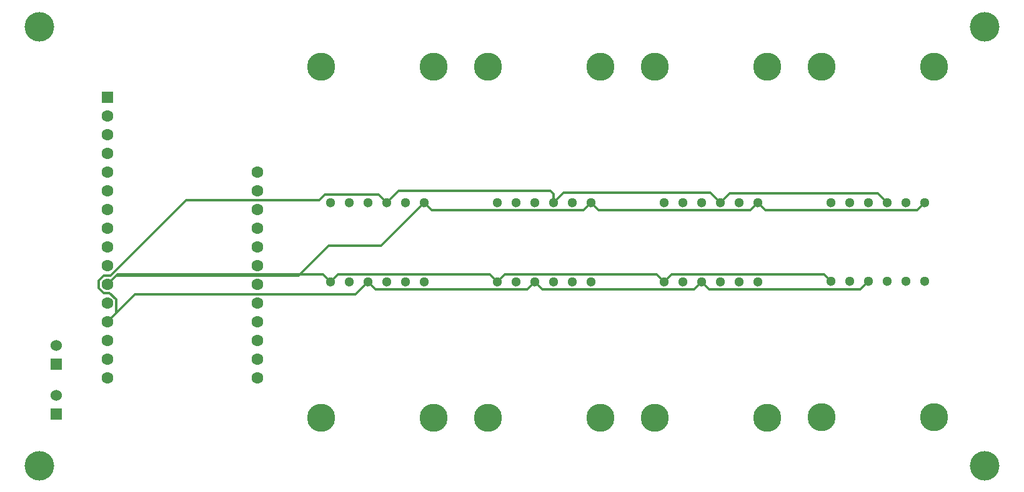
<source format=gtl>
%TF.GenerationSoftware,KiCad,Pcbnew,(6.0.5)*%
%TF.CreationDate,2022-06-06T23:13:19-07:00*%
%TF.ProjectId,tc_pcb_f,74635f70-6362-45f6-962e-6b696361645f,rev?*%
%TF.SameCoordinates,Original*%
%TF.FileFunction,Copper,L1,Top*%
%TF.FilePolarity,Positive*%
%FSLAX46Y46*%
G04 Gerber Fmt 4.6, Leading zero omitted, Abs format (unit mm)*
G04 Created by KiCad (PCBNEW (6.0.5)) date 2022-06-06 23:13:19*
%MOMM*%
%LPD*%
G01*
G04 APERTURE LIST*
%TA.AperFunction,ComponentPad*%
%ADD10C,1.300000*%
%TD*%
%TA.AperFunction,ComponentPad*%
%ADD11C,3.810000*%
%TD*%
%TA.AperFunction,ComponentPad*%
%ADD12C,4.000000*%
%TD*%
%TA.AperFunction,ComponentPad*%
%ADD13R,1.600000X1.600000*%
%TD*%
%TA.AperFunction,ComponentPad*%
%ADD14C,1.600000*%
%TD*%
%TA.AperFunction,ComponentPad*%
%ADD15R,1.524000X1.524000*%
%TD*%
%TA.AperFunction,ComponentPad*%
%ADD16C,1.524000*%
%TD*%
%TA.AperFunction,Conductor*%
%ADD17C,0.350000*%
%TD*%
G04 APERTURE END LIST*
D10*
%TO.P,U2,1,Vin*%
%TO.N,unconnected-(U2-Pad1)*%
X127300000Y-94860400D03*
%TO.P,U2,2,3V3*%
%TO.N,+3V3*%
X124760000Y-94860400D03*
%TO.P,U2,3,GND*%
%TO.N,GND*%
X122220000Y-94860400D03*
%TO.P,U2,4,Dout*%
%TO.N,MISO*%
X119680000Y-94860400D03*
%TO.P,U2,5,CS*%
%TO.N,SS2*%
X117140000Y-94860400D03*
%TO.P,U2,6,CLK*%
%TO.N,SCK*%
X114600000Y-94860400D03*
D11*
%TO.P,U2,SH,SH*%
%TO.N,GND*%
X113330000Y-113300800D03*
X128570000Y-113300800D03*
%TD*%
D10*
%TO.P,U8,1,Vin*%
%TO.N,unconnected-(U8-Pad1)*%
X159824000Y-84122800D03*
%TO.P,U8,2,3V3*%
%TO.N,+3V3*%
X162364000Y-84122800D03*
%TO.P,U8,3,GND*%
%TO.N,GND*%
X164904000Y-84122800D03*
%TO.P,U8,4,Dout*%
%TO.N,MISO*%
X167444000Y-84122800D03*
%TO.P,U8,5,CS*%
%TO.N,SS8*%
X169984000Y-84122800D03*
%TO.P,U8,6,CLK*%
%TO.N,SCK*%
X172524000Y-84122800D03*
D11*
%TO.P,U8,SH,SH*%
%TO.N,GND*%
X173794000Y-65682400D03*
X158554000Y-65682400D03*
%TD*%
D10*
%TO.P,U1,1,Vin*%
%TO.N,unconnected-(U1-Pad1)*%
X104688000Y-94860400D03*
%TO.P,U1,2,3V3*%
%TO.N,+3V3*%
X102148000Y-94860400D03*
%TO.P,U1,3,GND*%
%TO.N,GND*%
X99608000Y-94860400D03*
%TO.P,U1,4,Dout*%
%TO.N,MISO*%
X97068000Y-94860400D03*
%TO.P,U1,5,CS*%
%TO.N,SS1*%
X94528000Y-94860400D03*
%TO.P,U1,6,CLK*%
%TO.N,SCK*%
X91988000Y-94860400D03*
D11*
%TO.P,U1,SH,SH*%
%TO.N,GND*%
X90718000Y-113300800D03*
X105958000Y-113300800D03*
%TD*%
D10*
%TO.P,U3,1,Vin*%
%TO.N,unconnected-(U3-Pad1)*%
X149912000Y-94860400D03*
%TO.P,U3,2,3V3*%
%TO.N,+3V3*%
X147372000Y-94860400D03*
%TO.P,U3,3,GND*%
%TO.N,GND*%
X144832000Y-94860400D03*
%TO.P,U3,4,Dout*%
%TO.N,MISO*%
X142292000Y-94860400D03*
%TO.P,U3,5,CS*%
%TO.N,SS3*%
X139752000Y-94860400D03*
%TO.P,U3,6,CLK*%
%TO.N,SCK*%
X137212000Y-94860400D03*
D11*
%TO.P,U3,SH,SH*%
%TO.N,GND*%
X135942000Y-113300800D03*
X151182000Y-113300800D03*
%TD*%
D10*
%TO.P,U4,1,Vin*%
%TO.N,unconnected-(U4-Pad1)*%
X172524000Y-94777000D03*
%TO.P,U4,2,3V3*%
%TO.N,+3V3*%
X169984000Y-94777000D03*
%TO.P,U4,3,GND*%
%TO.N,GND*%
X167444000Y-94777000D03*
%TO.P,U4,4,Dout*%
%TO.N,MISO*%
X164904000Y-94777000D03*
%TO.P,U4,5,CS*%
%TO.N,SS4*%
X162364000Y-94777000D03*
%TO.P,U4,6,CLK*%
%TO.N,SCK*%
X159824000Y-94777000D03*
D11*
%TO.P,U4,SH,SH*%
%TO.N,GND*%
X173794000Y-113217400D03*
X158554000Y-113217400D03*
%TD*%
D10*
%TO.P,U7,1,Vin*%
%TO.N,unconnected-(U7-Pad1)*%
X137212000Y-84122800D03*
%TO.P,U7,2,3V3*%
%TO.N,+3V3*%
X139752000Y-84122800D03*
%TO.P,U7,3,GND*%
%TO.N,GND*%
X142292000Y-84122800D03*
%TO.P,U7,4,Dout*%
%TO.N,MISO*%
X144832000Y-84122800D03*
%TO.P,U7,5,CS*%
%TO.N,SS7*%
X147372000Y-84122800D03*
%TO.P,U7,6,CLK*%
%TO.N,SCK*%
X149912000Y-84122800D03*
D11*
%TO.P,U7,SH,SH*%
%TO.N,GND*%
X151182000Y-65682400D03*
X135942000Y-65682400D03*
%TD*%
D12*
%TO.P,H1,1,Pin_1*%
%TO.N,GND*%
X52512000Y-119816600D03*
%TD*%
%TO.P,H2,1,Pin_1*%
%TO.N,GND*%
X52512000Y-60216600D03*
%TD*%
D13*
%TO.P,A1,1,~{RESET}*%
%TO.N,unconnected-(A1-Pad1)*%
X61762000Y-69816600D03*
D14*
%TO.P,A1,2,3V3*%
%TO.N,+3V3*%
X61762000Y-72356600D03*
%TO.P,A1,3,AREF*%
%TO.N,unconnected-(A1-Pad3)*%
X61762000Y-74896600D03*
%TO.P,A1,4,GND*%
%TO.N,GND*%
X61762000Y-77436600D03*
%TO.P,A1,5,A0*%
%TO.N,unconnected-(A1-Pad5)*%
X61762000Y-79976600D03*
%TO.P,A1,6,A1*%
%TO.N,SS8*%
X61762000Y-82516600D03*
%TO.P,A1,7,A2*%
%TO.N,unconnected-(A1-Pad7)*%
X61762000Y-85056600D03*
%TO.P,A1,8,A3*%
%TO.N,unconnected-(A1-Pad8)*%
X61762000Y-87596600D03*
%TO.P,A1,9,A4*%
%TO.N,unconnected-(A1-Pad9)*%
X61762000Y-90136600D03*
%TO.P,A1,10,A5*%
%TO.N,unconnected-(A1-Pad10)*%
X61762000Y-92676600D03*
%TO.P,A1,11,SCK*%
%TO.N,SCK*%
X61762000Y-95216600D03*
%TO.P,A1,12,MOSI*%
%TO.N,unconnected-(A1-Pad12)*%
X61762000Y-97756600D03*
%TO.P,A1,13,MISO*%
%TO.N,MISO*%
X61762000Y-100296600D03*
%TO.P,A1,14,RX*%
%TO.N,unconnected-(A1-Pad14)*%
X61762000Y-102836600D03*
%TO.P,A1,15,TX*%
%TO.N,unconnected-(A1-Pad15)*%
X61762000Y-105376600D03*
%TO.P,A1,16,SPARE*%
%TO.N,unconnected-(A1-Pad16)*%
X61762000Y-107916600D03*
%TO.P,A1,17,SDA*%
%TO.N,unconnected-(A1-Pad17)*%
X82082000Y-107916600D03*
%TO.P,A1,18,SCL*%
%TO.N,unconnected-(A1-Pad18)*%
X82082000Y-105376600D03*
%TO.P,A1,19,D0*%
%TO.N,SS1*%
X82082000Y-102836600D03*
%TO.P,A1,20,D1*%
%TO.N,SS2*%
X82082000Y-100296600D03*
%TO.P,A1,21,D2*%
%TO.N,SS3*%
X82082000Y-97756600D03*
%TO.P,A1,22,D3*%
%TO.N,SS4*%
X82082000Y-95216600D03*
%TO.P,A1,23,D4*%
%TO.N,SS5*%
X82082000Y-92676600D03*
%TO.P,A1,24,D5*%
%TO.N,SS6*%
X82082000Y-90136600D03*
%TO.P,A1,25,D6*%
%TO.N,SS7*%
X82082000Y-87596600D03*
%TO.P,A1,26,USB*%
%TO.N,+5V*%
X82082000Y-85056600D03*
%TO.P,A1,27,EN*%
%TO.N,unconnected-(A1-Pad27)*%
X82082000Y-82516600D03*
%TO.P,A1,28,VBAT*%
%TO.N,unconnected-(A1-Pad28)*%
X82082000Y-79976600D03*
%TD*%
D10*
%TO.P,U5,1,Vin*%
%TO.N,unconnected-(U5-Pad1)*%
X91988000Y-84122800D03*
%TO.P,U5,2,3V3*%
%TO.N,+3V3*%
X94528000Y-84122800D03*
%TO.P,U5,3,GND*%
%TO.N,GND*%
X97068000Y-84122800D03*
%TO.P,U5,4,Dout*%
%TO.N,MISO*%
X99608000Y-84122800D03*
%TO.P,U5,5,CS*%
%TO.N,SS5*%
X102148000Y-84122800D03*
%TO.P,U5,6,CLK*%
%TO.N,SCK*%
X104688000Y-84122800D03*
D11*
%TO.P,U5,SH,SH*%
%TO.N,GND*%
X90718000Y-65682400D03*
X105958000Y-65682400D03*
%TD*%
D12*
%TO.P,H4,1,Pin_1*%
%TO.N,GND*%
X180662000Y-119816600D03*
%TD*%
%TO.P,H3,1,Pin_1*%
%TO.N,GND*%
X180662000Y-60216600D03*
%TD*%
D10*
%TO.P,U6,1,Vin*%
%TO.N,unconnected-(U6-Pad1)*%
X114600000Y-84122800D03*
%TO.P,U6,2,3V3*%
%TO.N,+3V3*%
X117140000Y-84122800D03*
%TO.P,U6,3,GND*%
%TO.N,GND*%
X119680000Y-84122800D03*
%TO.P,U6,4,Dout*%
%TO.N,MISO*%
X122220000Y-84122800D03*
%TO.P,U6,5,CS*%
%TO.N,SS6*%
X124760000Y-84122800D03*
%TO.P,U6,6,CLK*%
%TO.N,SCK*%
X127300000Y-84122800D03*
D11*
%TO.P,U6,SH,SH*%
%TO.N,GND*%
X128570000Y-65682400D03*
X113330000Y-65682400D03*
%TD*%
D15*
%TO.P,J1,1,Pin_1*%
%TO.N,GND*%
X54840000Y-112840000D03*
D16*
%TO.P,J1,2,Pin_2*%
%TO.N,+5V*%
X54840000Y-110300000D03*
%TD*%
D15*
%TO.P,J2,1,Pin_1*%
%TO.N,GND*%
X54840000Y-106045000D03*
D16*
%TO.P,J2,2,Pin_2*%
%TO.N,+3V3*%
X54840000Y-103505000D03*
%TD*%
D17*
%TO.N,MISO*%
X62936511Y-97270101D02*
X62057521Y-96391111D01*
X101230800Y-82500000D02*
X121775000Y-82500000D01*
X61762000Y-100296600D02*
X62936511Y-99122089D01*
X98092511Y-95884911D02*
X118655489Y-95884911D01*
X62936511Y-99122089D02*
X62936511Y-97270101D01*
X122220000Y-82945000D02*
X122220000Y-84122800D01*
X141267489Y-95884911D02*
X142292000Y-94860400D01*
X120704511Y-95884911D02*
X141267489Y-95884911D01*
X60587489Y-94730101D02*
X61275501Y-94042089D01*
X91200000Y-83050000D02*
X98535200Y-83050000D01*
X98535200Y-83050000D02*
X99608000Y-84122800D01*
X95378400Y-96550000D02*
X97068000Y-94860400D01*
X144832000Y-84122800D02*
X146079800Y-82875000D01*
X163796089Y-95884911D02*
X164904000Y-94777000D01*
X118655489Y-95884911D02*
X119680000Y-94860400D01*
X119680000Y-94860400D02*
X120704511Y-95884911D01*
X61275501Y-96391111D02*
X60587489Y-95703099D01*
X91542911Y-96582089D02*
X91575000Y-96550000D01*
X143484200Y-82775000D02*
X144832000Y-84122800D01*
X61762000Y-100296600D02*
X65476511Y-96582089D01*
X62159373Y-94042089D02*
X72451462Y-83750000D01*
X166196200Y-82875000D02*
X167444000Y-84122800D01*
X99608000Y-84122800D02*
X101230800Y-82500000D01*
X142292000Y-94860400D02*
X143316511Y-95884911D01*
X122220000Y-84122800D02*
X123567800Y-82775000D01*
X97068000Y-94860400D02*
X98092511Y-95884911D01*
X143316511Y-95884911D02*
X163796089Y-95884911D01*
X65476511Y-96582089D02*
X91542911Y-96582089D01*
X121775000Y-82500000D02*
X122220000Y-82945000D01*
X146079800Y-82875000D02*
X166196200Y-82875000D01*
X72451462Y-83750000D02*
X90500000Y-83750000D01*
X123567800Y-82775000D02*
X143484200Y-82775000D01*
X61275501Y-94042089D02*
X62159373Y-94042089D01*
X90500000Y-83750000D02*
X91200000Y-83050000D01*
X60587489Y-95703099D02*
X60587489Y-94730101D01*
X62057521Y-96391111D02*
X61275501Y-96391111D01*
X91575000Y-96550000D02*
X95378400Y-96550000D01*
%TO.N,SCK*%
X61762000Y-95216600D02*
X62936511Y-94042089D01*
X62936511Y-94042089D02*
X87657911Y-94042089D01*
X148887489Y-85147311D02*
X149912000Y-84122800D01*
X128324511Y-85147311D02*
X148887489Y-85147311D01*
X91725000Y-89975000D02*
X98835800Y-89975000D01*
X104688000Y-84122800D02*
X105712511Y-85147311D01*
X137212000Y-94860400D02*
X138236511Y-93835889D01*
X115624511Y-93835889D02*
X136187489Y-93835889D01*
X113575489Y-93835889D02*
X114600000Y-94860400D01*
X150936511Y-85147311D02*
X171499489Y-85147311D01*
X105712511Y-85147311D02*
X126275489Y-85147311D01*
X127300000Y-84122800D02*
X128324511Y-85147311D01*
X98835800Y-89975000D02*
X104688000Y-84122800D01*
X158882889Y-93835889D02*
X159824000Y-94777000D01*
X149912000Y-84122800D02*
X150936511Y-85147311D01*
X61762000Y-95216600D02*
X63127489Y-93851111D01*
X171499489Y-85147311D02*
X172524000Y-84122800D01*
X63127489Y-93851111D02*
X90978711Y-93851111D01*
X126275489Y-85147311D02*
X127300000Y-84122800D01*
X93012511Y-93835889D02*
X113575489Y-93835889D01*
X136187489Y-93835889D02*
X137212000Y-94860400D01*
X87657911Y-94042089D02*
X91725000Y-89975000D01*
X91988000Y-94860400D02*
X93012511Y-93835889D01*
X138236511Y-93835889D02*
X158882889Y-93835889D01*
X90978711Y-93851111D02*
X91988000Y-94860400D01*
X114600000Y-94860400D02*
X115624511Y-93835889D01*
%TD*%
M02*

</source>
